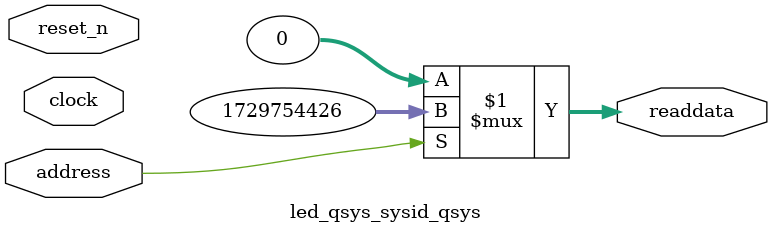
<source format=v>

`timescale 1ns / 1ps
// synthesis translate_on

// turn off superfluous verilog processor warnings 
// altera message_level Level1 
// altera message_off 10034 10035 10036 10037 10230 10240 10030 

module led_qsys_sysid_qsys (
               // inputs:
                address,
                clock,
                reset_n,

               // outputs:
                readdata
             )
;

  output  [ 31: 0] readdata;
  input            address;
  input            clock;
  input            reset_n;

  wire    [ 31: 0] readdata;
  //control_slave, which is an e_avalon_slave
  assign readdata = address ? 1729754426 : 0;

endmodule




</source>
